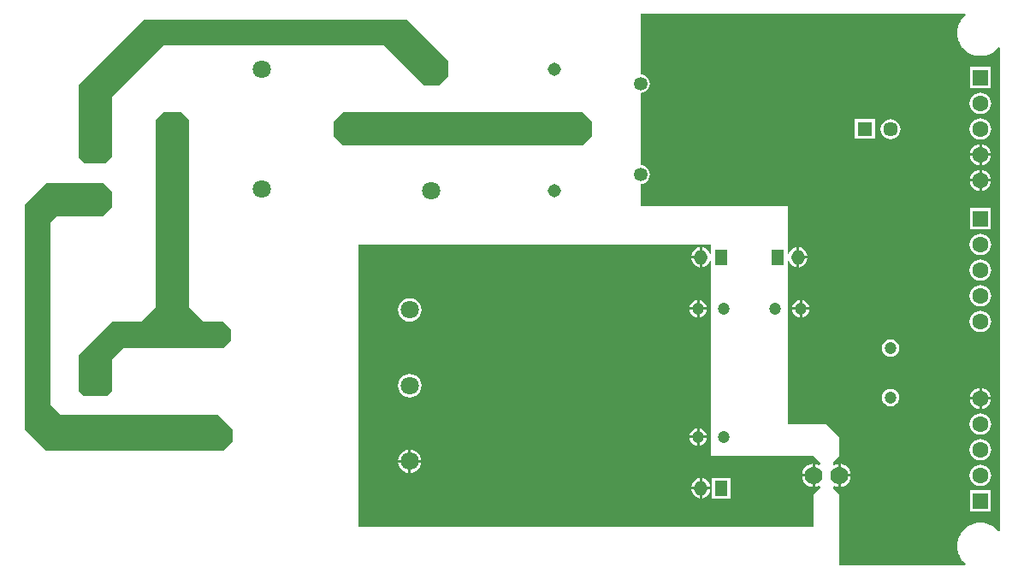
<source format=gbl>
G04*
G04 #@! TF.GenerationSoftware,Altium Limited,Altium Designer,21.4.1 (30)*
G04*
G04 Layer_Physical_Order=2*
G04 Layer_Color=16711680*
%FSTAX24Y24*%
%MOIN*%
G70*
G04*
G04 #@! TF.SameCoordinates,1087EDB9-1C9E-4751-9A69-D70096B2919A*
G04*
G04*
G04 #@! TF.FilePolarity,Positive*
G04*
G01*
G75*
%ADD38C,0.0571*%
%ADD39R,0.0571X0.0571*%
%ADD43R,0.0630X0.0630*%
%ADD44C,0.0630*%
%ADD45C,0.0472*%
%ADD46C,0.0787*%
%ADD47C,0.0709*%
%ADD48R,0.0709X0.0709*%
%ADD49C,0.0515*%
%ADD50C,0.0768*%
%ADD51O,0.0512X0.0591*%
%ADD52R,0.0512X0.0591*%
%ADD53C,0.0531*%
%ADD54C,0.0700*%
G36*
X02825Y03065D02*
Y03005D01*
X0279Y0297D01*
X0273Y0297D01*
X02575Y03125D01*
X01715Y03125D01*
X01515Y02925D01*
Y0269D01*
X0149Y02665D01*
X0141D01*
X01385Y0269D01*
X01385Y0297D01*
X0164Y03225D01*
X02665D01*
X02825Y03065D01*
D02*
G37*
G36*
X03385Y0283D02*
Y0277D01*
X0335Y02735D01*
X02415Y02735D01*
X0238Y0277D01*
Y0283D01*
X02415Y02865D01*
X0335D01*
X03385Y0283D01*
D02*
G37*
G36*
X0148Y0259D02*
X01515Y02555D01*
Y02495D01*
X0148Y0246D01*
X013Y0246D01*
X01275Y02435D01*
Y01725D01*
X01315Y01685D01*
X0193D01*
X01985Y0163D01*
Y0158D01*
X0195Y01545D01*
X0126D01*
X01175Y0163D01*
Y02505D01*
X0126Y0259D01*
X0148Y0259D01*
D02*
G37*
G36*
X0385Y023143D02*
X038453Y023132D01*
X038417Y023219D01*
X03836Y023293D01*
X038286Y02335D01*
X038199Y023386D01*
X038156Y023392D01*
Y023D01*
Y022608D01*
X038199Y022614D01*
X038286Y02265D01*
X03836Y022707D01*
X038417Y022781D01*
X038453Y022868D01*
X0385Y022857D01*
Y01525D01*
X0425Y01525D01*
X04275Y015D01*
Y014935D01*
X0427Y014904D01*
X042617Y014938D01*
X04255Y014947D01*
Y0145D01*
Y014053D01*
X042617Y014062D01*
X0427Y014096D01*
X04275Y014065D01*
Y014D01*
X0425Y01375D01*
Y0125D01*
X02475D01*
Y0235D01*
X0385D01*
Y023143D01*
D02*
G37*
G36*
X048429Y03245D02*
X048427Y032448D01*
X048404Y03243D01*
X04832Y032346D01*
X048302Y032323D01*
X048282Y032301D01*
X048217Y032202D01*
X048204Y032176D01*
X048189Y03215D01*
X048144Y032041D01*
X048136Y032012D01*
X048126Y031984D01*
X048103Y031868D01*
X048101Y031839D01*
X048097Y031809D01*
Y031691D01*
X048101Y031661D01*
X048103Y031632D01*
X048126Y031516D01*
X048136Y031488D01*
X048144Y031459D01*
X048189Y03135D01*
X048204Y031324D01*
X048217Y031298D01*
X048282Y031199D01*
X048302Y031177D01*
X04832Y031154D01*
X048404Y03107D01*
X048427Y031052D01*
X048449Y031032D01*
X048548Y030967D01*
X048574Y030954D01*
X0486Y030939D01*
X048709Y030893D01*
X048738Y030886D01*
X048766Y030876D01*
X048882Y030853D01*
X048911Y030851D01*
X048941Y030847D01*
X049059D01*
X049089Y030851D01*
X049118Y030853D01*
X049234Y030876D01*
X049262Y030886D01*
X049291Y030893D01*
X0494Y030939D01*
X049426Y030954D01*
X049452Y030967D01*
X049551Y031032D01*
X049573Y031052D01*
X049596Y03107D01*
X04968Y031154D01*
X049698Y031177D01*
X0497Y031179D01*
X04975Y03116D01*
Y01234D01*
X0497Y012321D01*
X049698Y012323D01*
X04968Y012346D01*
X049596Y01243D01*
X049573Y012448D01*
X049551Y012468D01*
X049452Y012533D01*
X049426Y012546D01*
X0494Y012561D01*
X049291Y012607D01*
X049262Y012614D01*
X049234Y012624D01*
X049118Y012647D01*
X049089Y012649D01*
X049059Y012653D01*
X048941D01*
X048911Y012649D01*
X048882Y012647D01*
X048766Y012624D01*
X048738Y012614D01*
X048709Y012607D01*
X0486Y012561D01*
X048574Y012546D01*
X048548Y012533D01*
X048449Y012468D01*
X048427Y012448D01*
X048404Y01243D01*
X04832Y012346D01*
X048302Y012323D01*
X048282Y012301D01*
X048217Y012202D01*
X048204Y012176D01*
X048189Y01215D01*
X048144Y012041D01*
X048136Y012012D01*
X048126Y011984D01*
X048103Y011868D01*
X048101Y011839D01*
X048097Y011809D01*
Y011691D01*
X048101Y011661D01*
X048103Y011632D01*
X048126Y011516D01*
X048136Y011488D01*
X048144Y011459D01*
X048189Y01135D01*
X048204Y011324D01*
X048217Y011298D01*
X048282Y011199D01*
X048302Y011177D01*
X04832Y011154D01*
X048404Y01107D01*
X048427Y011052D01*
X048429Y01105D01*
X04841Y011D01*
X0435D01*
Y01375D01*
X04325Y014D01*
Y014065D01*
X0433Y014096D01*
X043383Y014062D01*
X04345Y014053D01*
Y0145D01*
Y014947D01*
X043383Y014938D01*
X0433Y014904D01*
X04325Y014935D01*
Y015D01*
X0435Y01525D01*
Y016D01*
X043Y0165D01*
X0415D01*
Y01745D01*
Y022857D01*
X041547Y022868D01*
X041583Y022781D01*
X04164Y022707D01*
X041714Y02265D01*
X041801Y022614D01*
X041844Y022608D01*
Y023D01*
Y023392D01*
X041801Y023386D01*
X041714Y02335D01*
X04164Y023293D01*
X041583Y023219D01*
X041547Y023132D01*
X0415Y023143D01*
Y025D01*
X03575D01*
Y025859D01*
X035845Y025872D01*
X035934Y025909D01*
X036011Y025967D01*
X036069Y026044D01*
X036106Y026133D01*
X036119Y026228D01*
X036106Y026324D01*
X036069Y026413D01*
X036011Y026489D01*
X035934Y026548D01*
X035845Y026585D01*
X03575Y026597D01*
Y029403D01*
X035845Y029415D01*
X035934Y029452D01*
X036011Y029511D01*
X036069Y029587D01*
X036106Y029676D01*
X036119Y029772D01*
X036106Y029867D01*
X036069Y029956D01*
X036011Y030033D01*
X035934Y030091D01*
X035845Y030128D01*
X03575Y030141D01*
Y0325D01*
X04841D01*
X048429Y03245D01*
D02*
G37*
G36*
X01815Y02835D02*
Y02105D01*
X0187Y0205D01*
X0195D01*
X0198Y0202D01*
Y01975D01*
X0195Y01945D01*
X0156D01*
X01515Y019D01*
Y0178D01*
X01495Y0176D01*
X01405D01*
X01385Y0178D01*
Y0192D01*
X01515Y0205D01*
X0163D01*
X01685Y02105D01*
X01685Y02835D01*
X01715Y02865D01*
X01785D01*
X01815Y02835D01*
D02*
G37*
%LPC*%
G36*
X038056Y023392D02*
X038013Y023386D01*
X037927Y02335D01*
X037852Y023293D01*
X037795Y023219D01*
X03776Y023132D01*
X037749Y02305D01*
X038056D01*
Y023392D01*
D02*
G37*
G36*
Y02295D02*
X037749D01*
X03776Y022868D01*
X037795Y022781D01*
X037852Y022707D01*
X037927Y02265D01*
X038013Y022614D01*
X038056Y022608D01*
Y02295D01*
D02*
G37*
G36*
X03805Y021333D02*
Y02105D01*
X038333D01*
X038328Y021088D01*
X038294Y02117D01*
X03824Y02124D01*
X03817Y021294D01*
X038088Y021328D01*
X03805Y021333D01*
D02*
G37*
G36*
X03795D02*
X037912Y021328D01*
X03783Y021294D01*
X03776Y02124D01*
X037706Y02117D01*
X037672Y021088D01*
X037667Y02105D01*
X03795D01*
Y021333D01*
D02*
G37*
G36*
X038333Y02095D02*
X03805D01*
Y020667D01*
X038088Y020672D01*
X03817Y020706D01*
X03824Y02076D01*
X038294Y02083D01*
X038328Y020912D01*
X038333Y02095D01*
D02*
G37*
G36*
X03795D02*
X037667D01*
X037672Y020912D01*
X037706Y02083D01*
X03776Y02076D01*
X03783Y020706D01*
X037912Y020672D01*
X03795Y020667D01*
Y02095D01*
D02*
G37*
G36*
X02676Y021411D02*
X026641Y021395D01*
X026531Y02135D01*
X026436Y021277D01*
X026363Y021182D01*
X026317Y021071D01*
X026302Y020953D01*
X026317Y020834D01*
X026363Y020724D01*
X026436Y020629D01*
X026531Y020556D01*
X026641Y02051D01*
X02676Y020495D01*
X026878Y02051D01*
X026989Y020556D01*
X027084Y020629D01*
X027157Y020724D01*
X027202Y020834D01*
X027218Y020953D01*
X027202Y021071D01*
X027157Y021182D01*
X027084Y021277D01*
X026989Y02135D01*
X026878Y021395D01*
X02676Y021411D01*
D02*
G37*
G36*
Y018458D02*
X026641Y018443D01*
X026531Y018397D01*
X026436Y018324D01*
X026363Y018229D01*
X026317Y018119D01*
X026302Y018D01*
X026317Y017881D01*
X026363Y017771D01*
X026436Y017676D01*
X026531Y017603D01*
X026641Y017557D01*
X02676Y017542D01*
X026878Y017557D01*
X026989Y017603D01*
X027084Y017676D01*
X027157Y017771D01*
X027202Y017881D01*
X027218Y018D01*
X027202Y018119D01*
X027157Y018229D01*
X027084Y018324D01*
X026989Y018397D01*
X026878Y018443D01*
X02676Y018458D01*
D02*
G37*
G36*
X03805Y016333D02*
Y01605D01*
X038333D01*
X038328Y016088D01*
X038294Y01617D01*
X03824Y01624D01*
X03817Y016294D01*
X038088Y016328D01*
X03805Y016333D01*
D02*
G37*
G36*
X03795D02*
X037912Y016328D01*
X03783Y016294D01*
X03776Y01624D01*
X037706Y01617D01*
X037672Y016088D01*
X037667Y01605D01*
X03795D01*
Y016333D01*
D02*
G37*
G36*
X038333Y01595D02*
X03805D01*
Y015667D01*
X038088Y015672D01*
X03817Y015706D01*
X03824Y01576D01*
X038294Y01583D01*
X038328Y015912D01*
X038333Y01595D01*
D02*
G37*
G36*
X03795D02*
X037667D01*
X037672Y015912D01*
X037706Y01583D01*
X03776Y01576D01*
X03783Y015706D01*
X037912Y015672D01*
X03795Y015667D01*
Y01595D01*
D02*
G37*
G36*
X02681Y015499D02*
Y015097D01*
X027212D01*
X027202Y015166D01*
X027157Y015276D01*
X027084Y015371D01*
X026989Y015444D01*
X026878Y01549D01*
X02681Y015499D01*
D02*
G37*
G36*
X02671D02*
X026641Y01549D01*
X026531Y015444D01*
X026436Y015371D01*
X026363Y015276D01*
X026317Y015166D01*
X026308Y015097D01*
X02671D01*
Y015499D01*
D02*
G37*
G36*
X027212Y014997D02*
X02681D01*
Y014596D01*
X026878Y014605D01*
X026989Y01465D01*
X027084Y014723D01*
X027157Y014818D01*
X027202Y014929D01*
X027212Y014997D01*
D02*
G37*
G36*
X02671D02*
X026308D01*
X026317Y014929D01*
X026363Y014818D01*
X026436Y014723D01*
X026531Y01465D01*
X026641Y014605D01*
X02671Y014596D01*
Y014997D01*
D02*
G37*
G36*
X04245Y014947D02*
X042383Y014938D01*
X042273Y014893D01*
X042179Y014821D01*
X042107Y014727D01*
X042062Y014617D01*
X042053Y01455D01*
X04245D01*
Y014947D01*
D02*
G37*
G36*
Y01445D02*
X042053D01*
X042062Y014383D01*
X042107Y014273D01*
X042179Y014179D01*
X042273Y014107D01*
X042383Y014062D01*
X04245Y014053D01*
Y01445D01*
D02*
G37*
G36*
X038156Y014392D02*
Y01405D01*
X038464D01*
X038453Y014132D01*
X038417Y014219D01*
X03836Y014293D01*
X038286Y01435D01*
X038199Y014386D01*
X038156Y014392D01*
D02*
G37*
G36*
X038056Y014392D02*
X038013Y014386D01*
X037927Y01435D01*
X037852Y014293D01*
X037795Y014219D01*
X03776Y014132D01*
X037749Y01405D01*
X038056D01*
Y014392D01*
D02*
G37*
G36*
X038464Y01395D02*
X038156D01*
Y013608D01*
X038199Y013614D01*
X038286Y01365D01*
X03836Y013707D01*
X038417Y013781D01*
X038453Y013868D01*
X038464Y01395D01*
D02*
G37*
G36*
X038056D02*
X037749D01*
X03776Y013868D01*
X037795Y013781D01*
X037852Y013707D01*
X037927Y01365D01*
X038013Y013614D01*
X038056Y013608D01*
Y01395D01*
D02*
G37*
G36*
X03925Y014395D02*
X038538D01*
Y013605D01*
X03925D01*
Y014395D01*
D02*
G37*
G36*
X049415Y030415D02*
X048585D01*
Y029585D01*
X049415D01*
Y030415D01*
D02*
G37*
G36*
X049Y029419D02*
X048892Y029404D01*
X048791Y029362D01*
X048704Y029296D01*
X048638Y029209D01*
X048596Y029108D01*
X048581Y029D01*
X048596Y028892D01*
X048638Y028791D01*
X048704Y028704D01*
X048791Y028638D01*
X048892Y028596D01*
X049Y028581D01*
X049108Y028596D01*
X049209Y028638D01*
X049296Y028704D01*
X049362Y028791D01*
X049404Y028892D01*
X049419Y029D01*
X049404Y029108D01*
X049362Y029209D01*
X049296Y029296D01*
X049209Y029362D01*
X049108Y029404D01*
X049Y029419D01*
D02*
G37*
G36*
X044885Y028385D02*
X044115D01*
Y027615D01*
X044885D01*
Y028385D01*
D02*
G37*
G36*
X0455Y028389D02*
X045399Y028376D01*
X045306Y028337D01*
X045225Y028275D01*
X045163Y028194D01*
X045124Y028101D01*
X045111Y028D01*
X045124Y027899D01*
X045163Y027806D01*
X045225Y027725D01*
X045306Y027663D01*
X045399Y027624D01*
X0455Y027611D01*
X045601Y027624D01*
X045694Y027663D01*
X045775Y027725D01*
X045837Y027806D01*
X045876Y027899D01*
X045889Y028D01*
X045876Y028101D01*
X045837Y028194D01*
X045775Y028275D01*
X045694Y028337D01*
X045601Y028376D01*
X0455Y028389D01*
D02*
G37*
G36*
X049Y028419D02*
X048892Y028404D01*
X048791Y028362D01*
X048704Y028296D01*
X048638Y028209D01*
X048596Y028108D01*
X048581Y028D01*
X048596Y027892D01*
X048638Y027791D01*
X048704Y027704D01*
X048791Y027638D01*
X048892Y027596D01*
X049Y027581D01*
X049108Y027596D01*
X049209Y027638D01*
X049296Y027704D01*
X049362Y027791D01*
X049404Y027892D01*
X049419Y028D01*
X049404Y028108D01*
X049362Y028209D01*
X049296Y028296D01*
X049209Y028362D01*
X049108Y028404D01*
X049Y028419D01*
D02*
G37*
G36*
X04905Y027412D02*
Y02705D01*
X049412D01*
X049404Y027108D01*
X049362Y027209D01*
X049296Y027296D01*
X049209Y027362D01*
X049108Y027404D01*
X04905Y027412D01*
D02*
G37*
G36*
X04895D02*
X048892Y027404D01*
X048791Y027362D01*
X048704Y027296D01*
X048638Y027209D01*
X048596Y027108D01*
X048588Y02705D01*
X04895D01*
Y027412D01*
D02*
G37*
G36*
X049412Y02695D02*
X04905D01*
Y026588D01*
X049108Y026596D01*
X049209Y026638D01*
X049296Y026704D01*
X049362Y026791D01*
X049404Y026892D01*
X049412Y02695D01*
D02*
G37*
G36*
X04895D02*
X048588D01*
X048596Y026892D01*
X048638Y026791D01*
X048704Y026704D01*
X048791Y026638D01*
X048892Y026596D01*
X04895Y026588D01*
Y02695D01*
D02*
G37*
G36*
X04905Y026412D02*
Y02605D01*
X049412D01*
X049404Y026108D01*
X049362Y026209D01*
X049296Y026296D01*
X049209Y026362D01*
X049108Y026404D01*
X04905Y026412D01*
D02*
G37*
G36*
X04895D02*
X048892Y026404D01*
X048791Y026362D01*
X048704Y026296D01*
X048638Y026209D01*
X048596Y026108D01*
X048588Y02605D01*
X04895D01*
Y026412D01*
D02*
G37*
G36*
X049412Y02595D02*
X04905D01*
Y025588D01*
X049108Y025596D01*
X049209Y025638D01*
X049296Y025704D01*
X049362Y025791D01*
X049404Y025892D01*
X049412Y02595D01*
D02*
G37*
G36*
X04895D02*
X048588D01*
X048596Y025892D01*
X048638Y025791D01*
X048704Y025704D01*
X048791Y025638D01*
X048892Y025596D01*
X04895Y025588D01*
Y02595D01*
D02*
G37*
G36*
X049415Y024915D02*
X048585D01*
Y024085D01*
X049415D01*
Y024915D01*
D02*
G37*
G36*
X049Y023919D02*
X048892Y023904D01*
X048791Y023862D01*
X048704Y023796D01*
X048638Y023709D01*
X048596Y023608D01*
X048581Y0235D01*
X048596Y023392D01*
X048638Y023291D01*
X048704Y023204D01*
X048791Y023138D01*
X048892Y023096D01*
X049Y023081D01*
X049108Y023096D01*
X049209Y023138D01*
X049296Y023204D01*
X049362Y023291D01*
X049404Y023392D01*
X049419Y0235D01*
X049404Y023608D01*
X049362Y023709D01*
X049296Y023796D01*
X049209Y023862D01*
X049108Y023904D01*
X049Y023919D01*
D02*
G37*
G36*
X041944Y023392D02*
Y02305D01*
X042251D01*
X04224Y023132D01*
X042205Y023219D01*
X042148Y023293D01*
X042073Y02335D01*
X041987Y023386D01*
X041944Y023392D01*
D02*
G37*
G36*
X042251Y02295D02*
X041944D01*
Y022608D01*
X041987Y022614D01*
X042073Y02265D01*
X042148Y022707D01*
X042205Y022781D01*
X04224Y022868D01*
X042251Y02295D01*
D02*
G37*
G36*
X049Y022919D02*
X048892Y022904D01*
X048791Y022862D01*
X048704Y022796D01*
X048638Y022709D01*
X048596Y022608D01*
X048581Y0225D01*
X048596Y022392D01*
X048638Y022291D01*
X048704Y022204D01*
X048791Y022138D01*
X048892Y022096D01*
X049Y022081D01*
X049108Y022096D01*
X049209Y022138D01*
X049296Y022204D01*
X049362Y022291D01*
X049404Y022392D01*
X049419Y0225D01*
X049404Y022608D01*
X049362Y022709D01*
X049296Y022796D01*
X049209Y022862D01*
X049108Y022904D01*
X049Y022919D01*
D02*
G37*
G36*
Y021919D02*
X048892Y021904D01*
X048791Y021862D01*
X048704Y021796D01*
X048638Y021709D01*
X048596Y021608D01*
X048581Y0215D01*
X048596Y021392D01*
X048638Y021291D01*
X048704Y021204D01*
X048791Y021138D01*
X048892Y021096D01*
X049Y021081D01*
X049108Y021096D01*
X049209Y021138D01*
X049296Y021204D01*
X049362Y021291D01*
X049404Y021392D01*
X049419Y0215D01*
X049404Y021608D01*
X049362Y021709D01*
X049296Y021796D01*
X049209Y021862D01*
X049108Y021904D01*
X049Y021919D01*
D02*
G37*
G36*
X04205Y021333D02*
Y02105D01*
X042333D01*
X042328Y021088D01*
X042294Y02117D01*
X04224Y02124D01*
X04217Y021294D01*
X042088Y021328D01*
X04205Y021333D01*
D02*
G37*
G36*
X04195D02*
X041912Y021328D01*
X04183Y021294D01*
X04176Y02124D01*
X041706Y02117D01*
X041672Y021088D01*
X041667Y02105D01*
X04195D01*
Y021333D01*
D02*
G37*
G36*
X042333Y02095D02*
X04205D01*
Y020667D01*
X042088Y020672D01*
X04217Y020706D01*
X04224Y02076D01*
X042294Y02083D01*
X042328Y020912D01*
X042333Y02095D01*
D02*
G37*
G36*
X04195D02*
X041667D01*
X041672Y020912D01*
X041706Y02083D01*
X04176Y02076D01*
X04183Y020706D01*
X041912Y020672D01*
X04195Y020667D01*
Y02095D01*
D02*
G37*
G36*
X049Y020919D02*
X048892Y020904D01*
X048791Y020862D01*
X048704Y020796D01*
X048638Y020709D01*
X048596Y020608D01*
X048581Y0205D01*
X048596Y020392D01*
X048638Y020291D01*
X048704Y020204D01*
X048791Y020138D01*
X048892Y020096D01*
X049Y020081D01*
X049108Y020096D01*
X049209Y020138D01*
X049296Y020204D01*
X049362Y020291D01*
X049404Y020392D01*
X049419Y0205D01*
X049404Y020608D01*
X049362Y020709D01*
X049296Y020796D01*
X049209Y020862D01*
X049108Y020904D01*
X049Y020919D01*
D02*
G37*
G36*
X0455Y0198D02*
X045412Y019788D01*
X04533Y019754D01*
X04526Y0197D01*
X045206Y01963D01*
X045172Y019548D01*
X045161Y019461D01*
X045172Y019373D01*
X045206Y019291D01*
X04526Y019221D01*
X04533Y019167D01*
X045412Y019133D01*
X0455Y019122D01*
X045588Y019133D01*
X04567Y019167D01*
X04574Y019221D01*
X045794Y019291D01*
X045828Y019373D01*
X045839Y019461D01*
X045828Y019548D01*
X045794Y01963D01*
X04574Y0197D01*
X04567Y019754D01*
X045588Y019788D01*
X0455Y0198D01*
D02*
G37*
G36*
X04905Y017912D02*
Y01755D01*
X049412D01*
X049404Y017608D01*
X049362Y017709D01*
X049296Y017796D01*
X049209Y017862D01*
X049108Y017904D01*
X04905Y017912D01*
D02*
G37*
G36*
X04895D02*
X048892Y017904D01*
X048791Y017862D01*
X048704Y017796D01*
X048638Y017709D01*
X048596Y017608D01*
X048588Y01755D01*
X04895D01*
Y017912D01*
D02*
G37*
G36*
X0455Y017878D02*
X045412Y017867D01*
X04533Y017833D01*
X04526Y017779D01*
X045206Y017709D01*
X045172Y017627D01*
X045161Y017539D01*
X045172Y017452D01*
X045206Y01737D01*
X04526Y0173D01*
X04533Y017246D01*
X045412Y017212D01*
X0455Y0172D01*
X045588Y017212D01*
X04567Y017246D01*
X04574Y0173D01*
X045794Y01737D01*
X045828Y017452D01*
X045839Y017539D01*
X045828Y017627D01*
X045794Y017709D01*
X04574Y017779D01*
X04567Y017833D01*
X045588Y017867D01*
X0455Y017878D01*
D02*
G37*
G36*
X049412Y01745D02*
X04905D01*
Y017088D01*
X049108Y017096D01*
X049209Y017138D01*
X049296Y017204D01*
X049362Y017291D01*
X049404Y017392D01*
X049412Y01745D01*
D02*
G37*
G36*
X04895D02*
X048588D01*
X048596Y017392D01*
X048638Y017291D01*
X048704Y017204D01*
X048791Y017138D01*
X048892Y017096D01*
X04895Y017088D01*
Y01745D01*
D02*
G37*
G36*
X049Y016919D02*
X048892Y016904D01*
X048791Y016862D01*
X048704Y016796D01*
X048638Y016709D01*
X048596Y016608D01*
X048581Y0165D01*
X048596Y016392D01*
X048638Y016291D01*
X048704Y016204D01*
X048791Y016138D01*
X048892Y016096D01*
X049Y016081D01*
X049108Y016096D01*
X049209Y016138D01*
X049296Y016204D01*
X049362Y016291D01*
X049404Y016392D01*
X049419Y0165D01*
X049404Y016608D01*
X049362Y016709D01*
X049296Y016796D01*
X049209Y016862D01*
X049108Y016904D01*
X049Y016919D01*
D02*
G37*
G36*
Y015919D02*
X048892Y015904D01*
X048791Y015862D01*
X048704Y015796D01*
X048638Y015709D01*
X048596Y015608D01*
X048581Y0155D01*
X048596Y015392D01*
X048638Y015291D01*
X048704Y015204D01*
X048791Y015138D01*
X048892Y015096D01*
X049Y015081D01*
X049108Y015096D01*
X049209Y015138D01*
X049296Y015204D01*
X049362Y015291D01*
X049404Y015392D01*
X049419Y0155D01*
X049404Y015608D01*
X049362Y015709D01*
X049296Y015796D01*
X049209Y015862D01*
X049108Y015904D01*
X049Y015919D01*
D02*
G37*
G36*
X04355Y014947D02*
Y01455D01*
X043947D01*
X043938Y014617D01*
X043893Y014727D01*
X043821Y014821D01*
X043727Y014893D01*
X043617Y014938D01*
X04355Y014947D01*
D02*
G37*
G36*
X049Y014919D02*
X048892Y014904D01*
X048791Y014862D01*
X048704Y014796D01*
X048638Y014709D01*
X048596Y014608D01*
X048581Y0145D01*
X048596Y014392D01*
X048638Y014291D01*
X048704Y014204D01*
X048791Y014138D01*
X048892Y014096D01*
X049Y014081D01*
X049108Y014096D01*
X049209Y014138D01*
X049296Y014204D01*
X049362Y014291D01*
X049404Y014392D01*
X049419Y0145D01*
X049404Y014608D01*
X049362Y014709D01*
X049296Y014796D01*
X049209Y014862D01*
X049108Y014904D01*
X049Y014919D01*
D02*
G37*
G36*
X043947Y01445D02*
X04355D01*
Y014053D01*
X043617Y014062D01*
X043727Y014107D01*
X043821Y014179D01*
X043893Y014273D01*
X043938Y014383D01*
X043947Y01445D01*
D02*
G37*
G36*
X049415Y013915D02*
X048585D01*
Y013085D01*
X049415D01*
Y013915D01*
D02*
G37*
%LPD*%
D38*
X0455Y028D02*
D03*
D39*
X0445D02*
D03*
D43*
X049Y03D02*
D03*
Y0135D02*
D03*
Y0245D02*
D03*
D44*
Y029D02*
D03*
Y028D02*
D03*
Y027D02*
D03*
Y026D02*
D03*
Y0145D02*
D03*
Y0155D02*
D03*
Y0165D02*
D03*
Y0175D02*
D03*
Y0235D02*
D03*
Y0225D02*
D03*
Y0215D02*
D03*
Y0205D02*
D03*
D45*
X0455Y017539D02*
D03*
Y019461D02*
D03*
X038Y021D02*
D03*
X039D02*
D03*
X042D02*
D03*
X041D02*
D03*
X038Y016D02*
D03*
X039D02*
D03*
D46*
X0245Y028D02*
D03*
X0175D02*
D03*
D47*
X021Y030323D02*
D03*
Y025677D02*
D03*
X0145Y01625D02*
D03*
Y02525D02*
D03*
X027598Y030315D02*
D03*
Y025591D02*
D03*
X02676Y018D02*
D03*
X01924Y019969D02*
D03*
Y016029D02*
D03*
X02676Y020953D02*
D03*
Y015047D02*
D03*
D48*
X0145Y01825D02*
D03*
Y02725D02*
D03*
D49*
X032402Y025591D02*
D03*
Y030315D02*
D03*
D50*
X033189Y028D02*
D03*
D51*
X038106Y023D02*
D03*
X041894D02*
D03*
X038106Y014D02*
D03*
D52*
X038894Y023D02*
D03*
X041106D02*
D03*
X038894Y014D02*
D03*
D53*
X03575Y026228D02*
D03*
Y029772D02*
D03*
D54*
X0425Y0145D02*
D03*
X0435Y0145D02*
D03*
M02*

</source>
